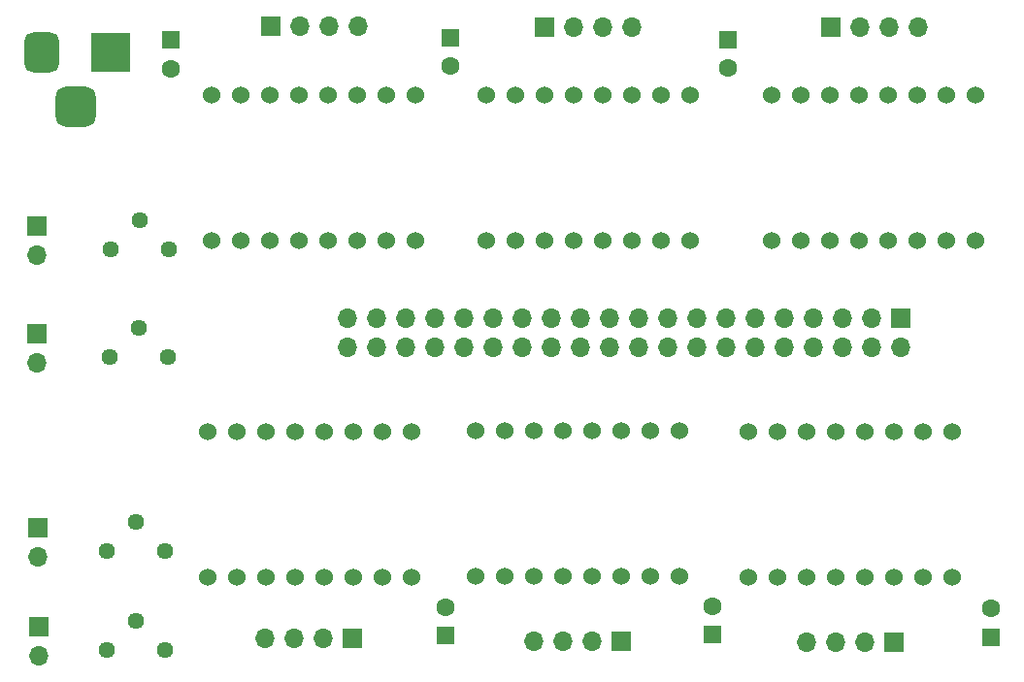
<source format=gbs>
G04 #@! TF.GenerationSoftware,KiCad,Pcbnew,(6.0.7)*
G04 #@! TF.CreationDate,2023-03-01T16:32:28+09:00*
G04 #@! TF.ProjectId,main,6d61696e-2e6b-4696-9361-645f70636258,rev?*
G04 #@! TF.SameCoordinates,Original*
G04 #@! TF.FileFunction,Soldermask,Bot*
G04 #@! TF.FilePolarity,Negative*
%FSLAX46Y46*%
G04 Gerber Fmt 4.6, Leading zero omitted, Abs format (unit mm)*
G04 Created by KiCad (PCBNEW (6.0.7)) date 2023-03-01 16:32:28*
%MOMM*%
%LPD*%
G01*
G04 APERTURE LIST*
G04 Aperture macros list*
%AMRoundRect*
0 Rectangle with rounded corners*
0 $1 Rounding radius*
0 $2 $3 $4 $5 $6 $7 $8 $9 X,Y pos of 4 corners*
0 Add a 4 corners polygon primitive as box body*
4,1,4,$2,$3,$4,$5,$6,$7,$8,$9,$2,$3,0*
0 Add four circle primitives for the rounded corners*
1,1,$1+$1,$2,$3*
1,1,$1+$1,$4,$5*
1,1,$1+$1,$6,$7*
1,1,$1+$1,$8,$9*
0 Add four rect primitives between the rounded corners*
20,1,$1+$1,$2,$3,$4,$5,0*
20,1,$1+$1,$4,$5,$6,$7,0*
20,1,$1+$1,$6,$7,$8,$9,0*
20,1,$1+$1,$8,$9,$2,$3,0*%
G04 Aperture macros list end*
%ADD10R,3.500000X3.500000*%
%ADD11RoundRect,0.750000X-0.750000X-1.000000X0.750000X-1.000000X0.750000X1.000000X-0.750000X1.000000X0*%
%ADD12RoundRect,0.875000X-0.875000X-0.875000X0.875000X-0.875000X0.875000X0.875000X-0.875000X0.875000X0*%
%ADD13R,1.700000X1.700000*%
%ADD14O,1.700000X1.700000*%
%ADD15C,1.440000*%
%ADD16R,1.600000X1.600000*%
%ADD17C,1.600000*%
%ADD18C,1.524000*%
G04 APERTURE END LIST*
D10*
X108775000Y-74867500D03*
D11*
X102775000Y-74867500D03*
D12*
X105775000Y-79567500D03*
D13*
X102350000Y-90000000D03*
D14*
X102350000Y-92540000D03*
D15*
X113575000Y-118350000D03*
X111035000Y-115810000D03*
X108495000Y-118350000D03*
D16*
X162675000Y-73725000D03*
D17*
X162675000Y-76225000D03*
D18*
X141560000Y-91275000D03*
X144100000Y-91275000D03*
X146640000Y-91275000D03*
X149180000Y-91275000D03*
X151720000Y-91275000D03*
X154260000Y-91275000D03*
X156800000Y-91275000D03*
X159340000Y-91275000D03*
X141560000Y-78575000D03*
X144100000Y-78575000D03*
X146640000Y-78575000D03*
X149180000Y-78575000D03*
X151720000Y-78575000D03*
X154260000Y-78575000D03*
X156800000Y-78575000D03*
X159340000Y-78575000D03*
D16*
X161275000Y-125655100D03*
D17*
X161275000Y-123155100D03*
D15*
X113575000Y-127000000D03*
X111035000Y-124460000D03*
X108495000Y-127000000D03*
D18*
X117630000Y-91275000D03*
X120170000Y-91275000D03*
X122710000Y-91275000D03*
X125250000Y-91275000D03*
X127790000Y-91275000D03*
X130330000Y-91275000D03*
X132870000Y-91275000D03*
X135410000Y-91275000D03*
X117630000Y-78575000D03*
X120170000Y-78575000D03*
X122710000Y-78575000D03*
X125250000Y-78575000D03*
X127790000Y-78575000D03*
X130330000Y-78575000D03*
X132870000Y-78575000D03*
X135410000Y-78575000D03*
D13*
X102450000Y-116300000D03*
D14*
X102450000Y-118840000D03*
D18*
X135025000Y-107900000D03*
X132485000Y-107900000D03*
X129945000Y-107900000D03*
X127405000Y-107900000D03*
X124865000Y-107900000D03*
X122325000Y-107900000D03*
X119785000Y-107900000D03*
X117245000Y-107900000D03*
X135025000Y-120600000D03*
X132485000Y-120600000D03*
X129945000Y-120600000D03*
X127405000Y-120600000D03*
X124865000Y-120600000D03*
X122325000Y-120600000D03*
X119785000Y-120600000D03*
X117245000Y-120600000D03*
X166475000Y-91275000D03*
X169015000Y-91275000D03*
X171555000Y-91275000D03*
X174095000Y-91275000D03*
X176635000Y-91275000D03*
X179175000Y-91275000D03*
X181715000Y-91275000D03*
X184255000Y-91275000D03*
X166475000Y-78575000D03*
X169015000Y-78575000D03*
X171555000Y-78575000D03*
X174095000Y-78575000D03*
X176635000Y-78575000D03*
X179175000Y-78575000D03*
X181715000Y-78575000D03*
X184255000Y-78575000D03*
D16*
X185550000Y-125855100D03*
D17*
X185550000Y-123355100D03*
D18*
X158410000Y-107850000D03*
X155870000Y-107850000D03*
X153330000Y-107850000D03*
X150790000Y-107850000D03*
X148250000Y-107850000D03*
X145710000Y-107850000D03*
X143170000Y-107850000D03*
X140630000Y-107850000D03*
X158410000Y-120550000D03*
X155870000Y-120550000D03*
X153330000Y-120550000D03*
X150790000Y-120550000D03*
X148250000Y-120550000D03*
X145710000Y-120550000D03*
X143170000Y-120550000D03*
X140630000Y-120550000D03*
D13*
X102350000Y-99375000D03*
D14*
X102350000Y-101915000D03*
D15*
X113825000Y-101400000D03*
X111285000Y-98860000D03*
X108745000Y-101400000D03*
D13*
X102550000Y-124975000D03*
D14*
X102550000Y-127515000D03*
D15*
X113850000Y-92025000D03*
X111310000Y-89485000D03*
X108770000Y-92025000D03*
D16*
X138425000Y-73544900D03*
D17*
X138425000Y-76044900D03*
D13*
X177700000Y-98025000D03*
D14*
X177700000Y-100565000D03*
X175160000Y-98025000D03*
X175160000Y-100565000D03*
X172620000Y-98025000D03*
X172620000Y-100565000D03*
X170080000Y-98025000D03*
X170080000Y-100565000D03*
X167540000Y-98025000D03*
X167540000Y-100565000D03*
X165000000Y-98025000D03*
X165000000Y-100565000D03*
X162460000Y-98025000D03*
X162460000Y-100565000D03*
X159920000Y-98025000D03*
X159920000Y-100565000D03*
X157380000Y-98025000D03*
X157380000Y-100565000D03*
X154840000Y-98025000D03*
X154840000Y-100565000D03*
X152300000Y-98025000D03*
X152300000Y-100565000D03*
X149760000Y-98025000D03*
X149760000Y-100565000D03*
X147220000Y-98025000D03*
X147220000Y-100565000D03*
X144680000Y-98025000D03*
X144680000Y-100565000D03*
X142140000Y-98025000D03*
X142140000Y-100565000D03*
X139600000Y-98025000D03*
X139600000Y-100565000D03*
X137060000Y-98025000D03*
X137060000Y-100565000D03*
X134520000Y-98025000D03*
X134520000Y-100565000D03*
X131980000Y-98025000D03*
X131980000Y-100565000D03*
X129440000Y-98025000D03*
X129440000Y-100565000D03*
D16*
X114075000Y-73744900D03*
D17*
X114075000Y-76244900D03*
D16*
X138050000Y-125755100D03*
D17*
X138050000Y-123255100D03*
D18*
X182165000Y-107975000D03*
X179625000Y-107975000D03*
X177085000Y-107975000D03*
X174545000Y-107975000D03*
X172005000Y-107975000D03*
X169465000Y-107975000D03*
X166925000Y-107975000D03*
X164385000Y-107975000D03*
X182165000Y-120675000D03*
X179625000Y-120675000D03*
X177085000Y-120675000D03*
X174545000Y-120675000D03*
X172005000Y-120675000D03*
X169465000Y-120675000D03*
X166925000Y-120675000D03*
X164385000Y-120675000D03*
D13*
X129900000Y-126000000D03*
D14*
X127360000Y-126000000D03*
X124820000Y-126000000D03*
X122280000Y-126000000D03*
D13*
X122750000Y-72525000D03*
D14*
X125290000Y-72525000D03*
X127830000Y-72525000D03*
X130370000Y-72525000D03*
D13*
X146625000Y-72650000D03*
D14*
X149165000Y-72650000D03*
X151705000Y-72650000D03*
X154245000Y-72650000D03*
D13*
X177100000Y-126300000D03*
D14*
X174560000Y-126300000D03*
X172020000Y-126300000D03*
X169480000Y-126300000D03*
D13*
X153350000Y-126200000D03*
D14*
X150810000Y-126200000D03*
X148270000Y-126200000D03*
X145730000Y-126200000D03*
D13*
X171650000Y-72625000D03*
D14*
X174190000Y-72625000D03*
X176730000Y-72625000D03*
X179270000Y-72625000D03*
M02*

</source>
